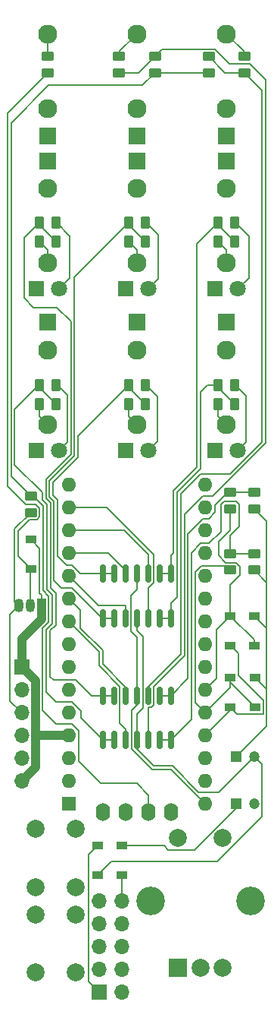
<source format=gbr>
%TF.GenerationSoftware,KiCad,Pcbnew,6.0.11-2627ca5db0~126~ubuntu22.04.1*%
%TF.CreationDate,2023-07-09T22:08:17+03:00*%
%TF.ProjectId,gtoe,67746f65-2e6b-4696-9361-645f70636258,rev?*%
%TF.SameCoordinates,Original*%
%TF.FileFunction,Copper,L2,Bot*%
%TF.FilePolarity,Positive*%
%FSLAX46Y46*%
G04 Gerber Fmt 4.6, Leading zero omitted, Abs format (unit mm)*
G04 Created by KiCad (PCBNEW 6.0.11-2627ca5db0~126~ubuntu22.04.1) date 2023-07-09 22:08:17*
%MOMM*%
%LPD*%
G01*
G04 APERTURE LIST*
G04 Aperture macros list*
%AMRoundRect*
0 Rectangle with rounded corners*
0 $1 Rounding radius*
0 $2 $3 $4 $5 $6 $7 $8 $9 X,Y pos of 4 corners*
0 Add a 4 corners polygon primitive as box body*
4,1,4,$2,$3,$4,$5,$6,$7,$8,$9,$2,$3,0*
0 Add four circle primitives for the rounded corners*
1,1,$1+$1,$2,$3*
1,1,$1+$1,$4,$5*
1,1,$1+$1,$6,$7*
1,1,$1+$1,$8,$9*
0 Add four rect primitives between the rounded corners*
20,1,$1+$1,$2,$3,$4,$5,0*
20,1,$1+$1,$4,$5,$6,$7,0*
20,1,$1+$1,$6,$7,$8,$9,0*
20,1,$1+$1,$8,$9,$2,$3,0*%
G04 Aperture macros list end*
%TA.AperFunction,ComponentPad*%
%ADD10R,1.930000X1.830000*%
%TD*%
%TA.AperFunction,ComponentPad*%
%ADD11C,2.130000*%
%TD*%
%TA.AperFunction,ComponentPad*%
%ADD12C,2.000000*%
%TD*%
%TA.AperFunction,ComponentPad*%
%ADD13R,1.800000X1.800000*%
%TD*%
%TA.AperFunction,ComponentPad*%
%ADD14C,1.800000*%
%TD*%
%TA.AperFunction,ComponentPad*%
%ADD15O,1.600000X2.000000*%
%TD*%
%TA.AperFunction,ComponentPad*%
%ADD16R,2.000000X2.000000*%
%TD*%
%TA.AperFunction,ComponentPad*%
%ADD17C,3.200000*%
%TD*%
%TA.AperFunction,SMDPad,CuDef*%
%ADD18R,1.200000X0.900000*%
%TD*%
%TA.AperFunction,SMDPad,CuDef*%
%ADD19RoundRect,0.250000X-0.450000X0.262500X-0.450000X-0.262500X0.450000X-0.262500X0.450000X0.262500X0*%
%TD*%
%TA.AperFunction,ComponentPad*%
%ADD20R,1.200000X1.200000*%
%TD*%
%TA.AperFunction,ComponentPad*%
%ADD21C,1.200000*%
%TD*%
%TA.AperFunction,SMDPad,CuDef*%
%ADD22RoundRect,0.250000X0.262500X0.450000X-0.262500X0.450000X-0.262500X-0.450000X0.262500X-0.450000X0*%
%TD*%
%TA.AperFunction,SMDPad,CuDef*%
%ADD23RoundRect,0.150000X-0.150000X0.825000X-0.150000X-0.825000X0.150000X-0.825000X0.150000X0.825000X0*%
%TD*%
%TA.AperFunction,ComponentPad*%
%ADD24R,1.600000X1.600000*%
%TD*%
%TA.AperFunction,ComponentPad*%
%ADD25O,1.600000X1.600000*%
%TD*%
%TA.AperFunction,SMDPad,CuDef*%
%ADD26RoundRect,0.250000X0.450000X-0.262500X0.450000X0.262500X-0.450000X0.262500X-0.450000X-0.262500X0*%
%TD*%
%TA.AperFunction,ComponentPad*%
%ADD27R,1.700000X1.700000*%
%TD*%
%TA.AperFunction,ComponentPad*%
%ADD28O,1.700000X1.700000*%
%TD*%
%TA.AperFunction,ComponentPad*%
%ADD29R,1.050000X1.500000*%
%TD*%
%TA.AperFunction,ComponentPad*%
%ADD30O,1.050000X1.500000*%
%TD*%
%TA.AperFunction,Conductor*%
%ADD31C,0.200000*%
%TD*%
%TA.AperFunction,Conductor*%
%ADD32C,1.000000*%
%TD*%
G04 APERTURE END LIST*
D10*
%TO.P,J9,S*%
%TO.N,GND*%
X124800000Y-52780000D03*
D11*
%TO.P,J9,T*%
%TO.N,Net-(J9-PadT)*%
X124800000Y-41380000D03*
%TO.P,J9,TN*%
%TO.N,unconnected-(J9-PadTN)*%
X124800000Y-49680000D03*
%TD*%
D12*
%TO.P,SW3,1*%
%TO.N,SHIFT BTN*%
X103450000Y-146000000D03*
X103450000Y-139500000D03*
%TO.P,SW3,2*%
%TO.N,GND*%
X107950000Y-139500000D03*
X107950000Y-146000000D03*
%TD*%
D13*
%TO.P,D5,1,K*%
%TO.N,GND*%
X113530000Y-87800000D03*
D14*
%TO.P,D5,2,A*%
%TO.N,Net-(D5-Pad2)*%
X116070000Y-87800000D03*
%TD*%
D10*
%TO.P,J2,S*%
%TO.N,GND*%
X114800000Y-55520000D03*
D11*
%TO.P,J2,T*%
%TO.N,Net-(J2-PadT)*%
X114800000Y-66920000D03*
%TO.P,J2,TN*%
%TO.N,unconnected-(J2-PadTN)*%
X114800000Y-58620000D03*
%TD*%
D15*
%TO.P,Screen,1,GND*%
%TO.N,GND*%
X118621000Y-128100000D03*
%TO.P,Screen,2,VCC*%
%TO.N,+5V*%
X116081000Y-128100000D03*
%TO.P,Screen,3,SCL*%
%TO.N,I2C SCL*%
X113541000Y-128100000D03*
%TO.P,Screen,4,SDA*%
%TO.N,I2C SDA*%
X111000000Y-128100000D03*
%TD*%
D10*
%TO.P,J5,S*%
%TO.N,GND*%
X114800000Y-73520000D03*
D11*
%TO.P,J5,T*%
%TO.N,Net-(J5-PadT)*%
X114800000Y-84920000D03*
%TO.P,J5,TN*%
%TO.N,unconnected-(J5-PadTN)*%
X114800000Y-76620000D03*
%TD*%
D13*
%TO.P,D4,1,K*%
%TO.N,GND*%
X103530000Y-87800000D03*
D14*
%TO.P,D4,2,A*%
%TO.N,Net-(D4-Pad2)*%
X106070000Y-87800000D03*
%TD*%
D13*
%TO.P,D3,1,K*%
%TO.N,GND*%
X123530000Y-69800000D03*
D14*
%TO.P,D3,2,A*%
%TO.N,Net-(D3-Pad2)*%
X126070000Y-69800000D03*
%TD*%
D10*
%TO.P,J3,S*%
%TO.N,GND*%
X124800000Y-55520000D03*
D11*
%TO.P,J3,T*%
%TO.N,Net-(J3-PadT)*%
X124800000Y-66920000D03*
%TO.P,J3,TN*%
%TO.N,unconnected-(J3-PadTN)*%
X124800000Y-58620000D03*
%TD*%
D13*
%TO.P,D2,1,K*%
%TO.N,GND*%
X113530000Y-69800000D03*
D14*
%TO.P,D2,2,A*%
%TO.N,Net-(D2-Pad2)*%
X116070000Y-69800000D03*
%TD*%
D16*
%TO.P,SW2,A,A*%
%TO.N,ENC_D1*%
X119400000Y-145500000D03*
D12*
%TO.P,SW2,B,B*%
%TO.N,ENC_D2*%
X124400000Y-145500000D03*
%TO.P,SW2,C,C*%
%TO.N,GND*%
X121900000Y-145500000D03*
D17*
%TO.P,SW2,MP*%
%TO.N,N/C*%
X116300000Y-138000000D03*
X127500000Y-138000000D03*
D12*
%TO.P,SW2,S1,S1*%
%TO.N,ENC_BTN*%
X124400000Y-131000000D03*
%TO.P,SW2,S2,S2*%
%TO.N,GND*%
X119400000Y-131000000D03*
%TD*%
D10*
%TO.P,J8,S*%
%TO.N,GND*%
X114800000Y-52780000D03*
D11*
%TO.P,J8,T*%
%TO.N,Net-(J8-PadT)*%
X114800000Y-41380000D03*
%TO.P,J8,TN*%
%TO.N,unconnected-(J8-PadTN)*%
X114800000Y-49680000D03*
%TD*%
D10*
%TO.P,J6,S*%
%TO.N,GND*%
X124800000Y-73520000D03*
D11*
%TO.P,J6,T*%
%TO.N,Net-(J6-PadT)*%
X124800000Y-84920000D03*
%TO.P,J6,TN*%
%TO.N,unconnected-(J6-PadTN)*%
X124800000Y-76620000D03*
%TD*%
D10*
%TO.P,J1,S*%
%TO.N,GND*%
X104800000Y-55520000D03*
D11*
%TO.P,J1,T*%
%TO.N,Net-(J1-PadT)*%
X104800000Y-66920000D03*
%TO.P,J1,TN*%
%TO.N,unconnected-(J1-PadTN)*%
X104800000Y-58620000D03*
%TD*%
D13*
%TO.P,D6,1,K*%
%TO.N,GND*%
X123530000Y-87800000D03*
D14*
%TO.P,D6,2,A*%
%TO.N,Net-(D6-Pad2)*%
X126070000Y-87800000D03*
%TD*%
D13*
%TO.P,D1,1,K*%
%TO.N,GND*%
X103530000Y-69800000D03*
D14*
%TO.P,D1,2,A*%
%TO.N,Net-(D1-Pad2)*%
X106070000Y-69800000D03*
%TD*%
D10*
%TO.P,J4,S*%
%TO.N,GND*%
X104800000Y-73520000D03*
D11*
%TO.P,J4,T*%
%TO.N,Net-(J4-PadT)*%
X104800000Y-84920000D03*
%TO.P,J4,TN*%
%TO.N,unconnected-(J4-PadTN)*%
X104800000Y-76620000D03*
%TD*%
D10*
%TO.P,J7,S*%
%TO.N,GND*%
X104800000Y-52780000D03*
D11*
%TO.P,J7,T*%
%TO.N,Net-(J7-PadT)*%
X104800000Y-41380000D03*
%TO.P,J7,TN*%
%TO.N,unconnected-(J7-PadTN)*%
X104800000Y-49680000D03*
%TD*%
D12*
%TO.P,SW1,1*%
%TO.N,START STOP BTN*%
X103450000Y-136500000D03*
X103450000Y-130000000D03*
%TO.P,SW1,2*%
%TO.N,GND*%
X107950000Y-130000000D03*
X107950000Y-136500000D03*
%TD*%
D18*
%TO.P,D13,1,K*%
%TO.N,+12V*%
X113100000Y-131850000D03*
%TO.P,D13,2,A*%
%TO.N,Net-(D13-Pad2)*%
X113100000Y-135150000D03*
%TD*%
D19*
%TO.P,R19,1*%
%TO.N,Net-(R16-Pad2)*%
X122800000Y-43887500D03*
%TO.P,R19,2*%
%TO.N,+5V*%
X122800000Y-45712500D03*
%TD*%
D20*
%TO.P,C1,1*%
%TO.N,+12V*%
X125900000Y-127200000D03*
D21*
%TO.P,C1,2*%
%TO.N,GND*%
X127900000Y-127200000D03*
%TD*%
D18*
%TO.P,D9,1,K*%
%TO.N,CV1 INPUT*%
X128000000Y-116450000D03*
%TO.P,D9,2,A*%
%TO.N,GND*%
X128000000Y-113150000D03*
%TD*%
%TO.P,D11,1,K*%
%TO.N,CV2 INPUT*%
X127900000Y-109550000D03*
%TO.P,D11,2,A*%
%TO.N,GND*%
X127900000Y-106250000D03*
%TD*%
D22*
%TO.P,R9,1*%
%TO.N,Net-(R10-Pad2)*%
X115712500Y-82600000D03*
%TO.P,R9,2*%
%TO.N,Net-(J5-PadT)*%
X113887500Y-82600000D03*
%TD*%
D18*
%TO.P,D12,1,K*%
%TO.N,Net-(D12-Pad1)*%
X110400000Y-131850000D03*
%TO.P,D12,2,A*%
%TO.N,-12V*%
X110400000Y-135150000D03*
%TD*%
D22*
%TO.P,R3,1*%
%TO.N,Net-(R3-Pad1)*%
X115712500Y-64500000D03*
%TO.P,R3,2*%
%TO.N,Net-(J2-PadT)*%
X113887500Y-64500000D03*
%TD*%
D23*
%TO.P,U2,1*%
%TO.N,Net-(R1-Pad1)*%
X110990000Y-115125000D03*
%TO.P,U2,2,-*%
X112260000Y-115125000D03*
%TO.P,U2,3,+*%
%TO.N,Channel 1*%
X113530000Y-115125000D03*
%TO.P,U2,4,V+*%
%TO.N,+12V*%
X114800000Y-115125000D03*
%TO.P,U2,5,+*%
%TO.N,Net-(R16-Pad2)*%
X116070000Y-115125000D03*
%TO.P,U2,6,-*%
%TO.N,Net-(R17-Pad2)*%
X117340000Y-115125000D03*
%TO.P,U2,7*%
X118610000Y-115125000D03*
%TO.P,U2,8*%
%TO.N,Net-(R20-Pad1)*%
X118610000Y-120075000D03*
%TO.P,U2,9,-*%
X117340000Y-120075000D03*
%TO.P,U2,10,+*%
%TO.N,Net-(R15-Pad2)*%
X116070000Y-120075000D03*
%TO.P,U2,11,V-*%
%TO.N,-12V*%
X114800000Y-120075000D03*
%TO.P,U2,12,+*%
%TO.N,Channel 4*%
X113530000Y-120075000D03*
%TO.P,U2,13,-*%
%TO.N,Net-(R7-Pad1)*%
X112260000Y-120075000D03*
%TO.P,U2,14*%
X110990000Y-120075000D03*
%TD*%
D24*
%TO.P,A1,1,D1/TX*%
%TO.N,Serial Out*%
X107175000Y-127200000D03*
D25*
%TO.P,A1,2,D0/RX*%
%TO.N,Serial In*%
X107175000Y-124660000D03*
%TO.P,A1,3,~{RESET}*%
%TO.N,unconnected-(A1-Pad3)*%
X107175000Y-122120000D03*
%TO.P,A1,4,GND*%
%TO.N,GND*%
X107175000Y-119580000D03*
%TO.P,A1,5,D2*%
%TO.N,DIGITAL INPUT*%
X107175000Y-117040000D03*
%TO.P,A1,6,D3*%
%TO.N,24ppqn OUT*%
X107175000Y-114500000D03*
%TO.P,A1,7,D4*%
%TO.N,ENC_D2*%
X107175000Y-111960000D03*
%TO.P,A1,8,D5*%
%TO.N,START STOP BTN*%
X107175000Y-109420000D03*
%TO.P,A1,9,D6*%
%TO.N,Channel 4*%
X107175000Y-106880000D03*
%TO.P,A1,10,D7*%
%TO.N,Channel 1*%
X107175000Y-104340000D03*
%TO.P,A1,11,D8*%
%TO.N,Channel 2*%
X107175000Y-101800000D03*
%TO.P,A1,12,D9*%
%TO.N,Channel 5*%
X107175000Y-99260000D03*
%TO.P,A1,13,D10*%
%TO.N,Channel 3*%
X107175000Y-96720000D03*
%TO.P,A1,14,D11*%
%TO.N,Channel 6*%
X107175000Y-94180000D03*
%TO.P,A1,15,D12*%
%TO.N,SHIFT BTN*%
X107175000Y-91640000D03*
%TO.P,A1,16,D13*%
%TO.N,unconnected-(A1-Pad16)*%
X122415000Y-91640000D03*
%TO.P,A1,17,3V3*%
%TO.N,unconnected-(A1-Pad17)*%
X122415000Y-94180000D03*
%TO.P,A1,18,AREF*%
%TO.N,unconnected-(A1-Pad18)*%
X122415000Y-96720000D03*
%TO.P,A1,19,A0*%
%TO.N,ENC_BTN*%
X122415000Y-99260000D03*
%TO.P,A1,20,A1*%
%TO.N,unconnected-(A1-Pad20)*%
X122415000Y-101800000D03*
%TO.P,A1,21,A2*%
%TO.N,unconnected-(A1-Pad21)*%
X122415000Y-104340000D03*
%TO.P,A1,22,A3*%
%TO.N,ENC_D1*%
X122415000Y-106880000D03*
%TO.P,A1,23,A4*%
%TO.N,I2C SDA*%
X122415000Y-109420000D03*
%TO.P,A1,24,A5*%
%TO.N,I2C SCL*%
X122415000Y-111960000D03*
%TO.P,A1,25,A6*%
%TO.N,CV2 INPUT*%
X122415000Y-114500000D03*
%TO.P,A1,26,A7*%
%TO.N,CV1 INPUT*%
X122415000Y-117040000D03*
%TO.P,A1,27,+5V*%
%TO.N,+5V*%
X122415000Y-119580000D03*
%TO.P,A1,28,~{RESET}*%
%TO.N,unconnected-(A1-Pad28)*%
X122415000Y-122120000D03*
%TO.P,A1,29,GND*%
%TO.N,GND*%
X122415000Y-124660000D03*
%TO.P,A1,30,VIN*%
%TO.N,+12V*%
X122415000Y-127200000D03*
%TD*%
D19*
%TO.P,R13,1*%
%TO.N,Net-(J7-PadT)*%
X104800000Y-43887500D03*
%TO.P,R13,2*%
%TO.N,Net-(D7-Pad1)*%
X104800000Y-45712500D03*
%TD*%
D22*
%TO.P,R7,1*%
%TO.N,Net-(R7-Pad1)*%
X105712500Y-82600000D03*
%TO.P,R7,2*%
%TO.N,Net-(J4-PadT)*%
X103887500Y-82600000D03*
%TD*%
%TO.P,R12,1*%
%TO.N,Net-(D6-Pad2)*%
X125712500Y-80500000D03*
%TO.P,R12,2*%
%TO.N,Net-(R11-Pad1)*%
X123887500Y-80500000D03*
%TD*%
%TO.P,R10,1*%
%TO.N,Net-(D5-Pad2)*%
X115712500Y-80500000D03*
%TO.P,R10,2*%
%TO.N,Net-(R10-Pad2)*%
X113887500Y-80500000D03*
%TD*%
D26*
%TO.P,R14,1*%
%TO.N,DIGITAL INPUT*%
X102900000Y-94712500D03*
%TO.P,R14,2*%
%TO.N,+5V*%
X102900000Y-92887500D03*
%TD*%
%TO.P,R22,1*%
%TO.N,CV1 INPUT*%
X125200000Y-101112500D03*
%TO.P,R22,2*%
%TO.N,Net-(R20-Pad1)*%
X125200000Y-99287500D03*
%TD*%
D19*
%TO.P,R18,1*%
%TO.N,Net-(R15-Pad2)*%
X116800000Y-43887500D03*
%TO.P,R18,2*%
%TO.N,+5V*%
X116800000Y-45712500D03*
%TD*%
D27*
%TO.P,J11,1,Pin_1*%
%TO.N,GND*%
X101900000Y-111950000D03*
D28*
%TO.P,J11,2,Pin_2*%
%TO.N,24ppqn OUT*%
X101900000Y-114490000D03*
%TO.P,J11,3,Pin_3*%
%TO.N,DIGITAL INPUT*%
X101900000Y-117030000D03*
%TO.P,J11,4,Pin_4*%
%TO.N,Serial In*%
X101900000Y-119570000D03*
%TO.P,J11,5,Pin_5*%
%TO.N,Serial Out*%
X101900000Y-122110000D03*
%TO.P,J11,6,Pin_6*%
%TO.N,GND*%
X101900000Y-124650000D03*
%TD*%
D22*
%TO.P,R2,1*%
%TO.N,Net-(D1-Pad2)*%
X105712500Y-62400000D03*
%TO.P,R2,2*%
%TO.N,Net-(R1-Pad1)*%
X103887500Y-62400000D03*
%TD*%
%TO.P,R5,1*%
%TO.N,Net-(R5-Pad1)*%
X125712500Y-64500000D03*
%TO.P,R5,2*%
%TO.N,Net-(J3-PadT)*%
X123887500Y-64500000D03*
%TD*%
%TO.P,R11,1*%
%TO.N,Net-(R11-Pad1)*%
X125712500Y-82600000D03*
%TO.P,R11,2*%
%TO.N,Net-(J6-PadT)*%
X123887500Y-82600000D03*
%TD*%
D19*
%TO.P,R20,1*%
%TO.N,Net-(R20-Pad1)*%
X127900000Y-99287500D03*
%TO.P,R20,2*%
%TO.N,GND*%
X127900000Y-101112500D03*
%TD*%
D20*
%TO.P,C2,1*%
%TO.N,GND*%
X125900000Y-121900000D03*
D21*
%TO.P,C2,2*%
%TO.N,-12V*%
X127900000Y-121900000D03*
%TD*%
D18*
%TO.P,D8,1,K*%
%TO.N,+5V*%
X125200000Y-116450000D03*
%TO.P,D8,2,A*%
%TO.N,CV1 INPUT*%
X125200000Y-113150000D03*
%TD*%
D22*
%TO.P,R1,1*%
%TO.N,Net-(R1-Pad1)*%
X105712500Y-64500000D03*
%TO.P,R1,2*%
%TO.N,Net-(J1-PadT)*%
X103887500Y-64500000D03*
%TD*%
D19*
%TO.P,R15,1*%
%TO.N,Net-(J8-PadT)*%
X112800000Y-43887500D03*
%TO.P,R15,2*%
%TO.N,Net-(R15-Pad2)*%
X112800000Y-45712500D03*
%TD*%
D22*
%TO.P,R8,1*%
%TO.N,Net-(D4-Pad2)*%
X105712500Y-80500000D03*
%TO.P,R8,2*%
%TO.N,Net-(R7-Pad1)*%
X103887500Y-80500000D03*
%TD*%
D23*
%TO.P,U1,1*%
%TO.N,Net-(R10-Pad2)*%
X110990000Y-101525000D03*
%TO.P,U1,2,-*%
X112260000Y-101525000D03*
%TO.P,U1,3,+*%
%TO.N,Channel 5*%
X113530000Y-101525000D03*
%TO.P,U1,4,V+*%
%TO.N,+12V*%
X114800000Y-101525000D03*
%TO.P,U1,5,+*%
%TO.N,Channel 3*%
X116070000Y-101525000D03*
%TO.P,U1,6,-*%
%TO.N,Net-(R5-Pad1)*%
X117340000Y-101525000D03*
%TO.P,U1,7*%
X118610000Y-101525000D03*
%TO.P,U1,8*%
%TO.N,Net-(R11-Pad1)*%
X118610000Y-106475000D03*
%TO.P,U1,9,-*%
X117340000Y-106475000D03*
%TO.P,U1,10,+*%
%TO.N,Channel 6*%
X116070000Y-106475000D03*
%TO.P,U1,11,V-*%
%TO.N,-12V*%
X114800000Y-106475000D03*
%TO.P,U1,12,+*%
%TO.N,Channel 2*%
X113530000Y-106475000D03*
%TO.P,U1,13,-*%
%TO.N,Net-(R3-Pad1)*%
X112260000Y-106475000D03*
%TO.P,U1,14*%
X110990000Y-106475000D03*
%TD*%
D18*
%TO.P,D7,1,K*%
%TO.N,Net-(D7-Pad1)*%
X102900000Y-101000000D03*
%TO.P,D7,2,A*%
%TO.N,GND*%
X102900000Y-97700000D03*
%TD*%
D19*
%TO.P,R21,1*%
%TO.N,Net-(R17-Pad2)*%
X127900000Y-92487500D03*
%TO.P,R21,2*%
%TO.N,GND*%
X127900000Y-94312500D03*
%TD*%
D22*
%TO.P,R4,1*%
%TO.N,Net-(D2-Pad2)*%
X115712500Y-62400000D03*
%TO.P,R4,2*%
%TO.N,Net-(R3-Pad1)*%
X113887500Y-62400000D03*
%TD*%
D26*
%TO.P,R17,1*%
%TO.N,CV2 INPUT*%
X125200000Y-94312500D03*
%TO.P,R17,2*%
%TO.N,Net-(R17-Pad2)*%
X125200000Y-92487500D03*
%TD*%
D18*
%TO.P,D10,1,K*%
%TO.N,+5V*%
X125200000Y-109550000D03*
%TO.P,D10,2,A*%
%TO.N,CV2 INPUT*%
X125200000Y-106250000D03*
%TD*%
D22*
%TO.P,R6,1*%
%TO.N,Net-(D3-Pad2)*%
X125712500Y-62400000D03*
%TO.P,R6,2*%
%TO.N,Net-(R5-Pad1)*%
X123887500Y-62400000D03*
%TD*%
D19*
%TO.P,R16,1*%
%TO.N,Net-(J9-PadT)*%
X126800000Y-43887500D03*
%TO.P,R16,2*%
%TO.N,Net-(R16-Pad2)*%
X126800000Y-45712500D03*
%TD*%
D29*
%TO.P,Q1,1,E*%
%TO.N,GND*%
X104100000Y-105100000D03*
D30*
%TO.P,Q1,2,B*%
%TO.N,Net-(D7-Pad1)*%
X102830000Y-105100000D03*
%TO.P,Q1,3,C*%
%TO.N,DIGITAL INPUT*%
X101560000Y-105100000D03*
%TD*%
D27*
%TO.P,RED,1,Pin_1*%
%TO.N,Net-(D12-Pad1)*%
X110525000Y-148160000D03*
D28*
%TO.P,RED,2,Pin_2*%
X113065000Y-148160000D03*
%TO.P,RED,3,Pin_3*%
%TO.N,GND*%
X110525000Y-145620000D03*
%TO.P,RED,4,Pin_4*%
X113065000Y-145620000D03*
%TO.P,RED,5,Pin_5*%
X110525000Y-143080000D03*
%TO.P,RED,6,Pin_6*%
X113065000Y-143080000D03*
%TO.P,RED,7,Pin_7*%
X110525000Y-140540000D03*
%TO.P,RED,8,Pin_8*%
X113065000Y-140540000D03*
%TO.P,RED,9,Pin_9*%
%TO.N,Net-(D13-Pad2)*%
X110525000Y-138000000D03*
%TO.P,RED,10,Pin_10*%
X113065000Y-138000000D03*
%TD*%
D31*
%TO.N,GND*%
X129300000Y-107650000D02*
X129300000Y-102512500D01*
D32*
X103450000Y-113500000D02*
X101900000Y-111950000D01*
X101900000Y-108800000D02*
X101900000Y-111950000D01*
D31*
X125900000Y-121900000D02*
X129300000Y-118500000D01*
X102900000Y-97700000D02*
X103900000Y-98700000D01*
X103900000Y-103700000D02*
X104100000Y-103900000D01*
X104100000Y-103900000D02*
X104100000Y-105100000D01*
X129275000Y-114425000D02*
X128000000Y-113150000D01*
X129300000Y-107650000D02*
X127900000Y-106250000D01*
X129275000Y-114425000D02*
X129300000Y-114400000D01*
X129300000Y-102512500D02*
X129300000Y-95712500D01*
X129300000Y-102512500D02*
X127900000Y-101112500D01*
D32*
X103450000Y-119450000D02*
X103450000Y-113500000D01*
X103580000Y-119580000D02*
X103450000Y-119450000D01*
X101900000Y-124650000D02*
X103450000Y-123100000D01*
X104100000Y-105100000D02*
X104100000Y-106600000D01*
D31*
X103900000Y-98700000D02*
X103900000Y-103700000D01*
D32*
X103450000Y-123100000D02*
X103450000Y-119450000D01*
D31*
X129300000Y-118500000D02*
X129300000Y-114450000D01*
D32*
X104100000Y-106600000D02*
X101900000Y-108800000D01*
X107175000Y-119580000D02*
X103580000Y-119580000D01*
D31*
X129300000Y-114450000D02*
X129275000Y-114425000D01*
X129300000Y-95712500D02*
X127900000Y-94312500D01*
X129300000Y-114400000D02*
X129300000Y-107650000D01*
%TO.N,DIGITAL INPUT*%
X102900000Y-94712500D02*
X101100000Y-96512500D01*
X101900000Y-117030000D02*
X100600000Y-115730000D01*
X100600000Y-106060000D02*
X101560000Y-105100000D01*
X100600000Y-115730000D02*
X100600000Y-106060000D01*
X101100000Y-104640000D02*
X101560000Y-105100000D01*
X101100000Y-96512500D02*
X101100000Y-104640000D01*
%TO.N,Channel 1*%
X113530000Y-114217918D02*
X110950000Y-111637918D01*
X108450000Y-107589314D02*
X108450000Y-105615000D01*
X108450000Y-105615000D02*
X107175000Y-104340000D01*
X110950000Y-111637918D02*
X110950000Y-110089314D01*
X110950000Y-110089314D02*
X108450000Y-107589314D01*
X113530000Y-115125000D02*
X113530000Y-114217918D01*
%TO.N,Channel 3*%
X113350000Y-96700000D02*
X113330000Y-96720000D01*
X116070000Y-99420000D02*
X113350000Y-96700000D01*
X113330000Y-96720000D02*
X107175000Y-96720000D01*
X116070000Y-101525000D02*
X116070000Y-99420000D01*
%TO.N,Channel 4*%
X113530000Y-120075000D02*
X113550000Y-120055000D01*
X110550000Y-110255000D02*
X107175000Y-106880000D01*
X110550000Y-111803604D02*
X110550000Y-110255000D01*
X113550000Y-118850000D02*
X112860000Y-118160000D01*
X112860000Y-114113604D02*
X110550000Y-111803604D01*
X112860000Y-118160000D02*
X112860000Y-114113604D01*
X113550000Y-120055000D02*
X113550000Y-118850000D01*
%TO.N,Channel 6*%
X116070000Y-106475000D02*
X116070000Y-103136396D01*
X116070000Y-103136396D02*
X116670000Y-102536396D01*
X116670000Y-102536396D02*
X116670000Y-99420000D01*
X116670000Y-99420000D02*
X111430000Y-94180000D01*
X111430000Y-94180000D02*
X107175000Y-94180000D01*
%TO.N,+5V*%
X115412500Y-47100000D02*
X104902817Y-47100000D01*
X110702000Y-124902000D02*
X108275000Y-122475000D01*
X104250000Y-107581370D02*
X104925000Y-106906370D01*
X104925000Y-106906370D02*
X104925000Y-104050000D01*
X108275000Y-119075000D02*
X107500000Y-118300000D01*
X125950000Y-117200000D02*
X128900000Y-117200000D01*
X104300000Y-103424999D02*
X104300000Y-94000000D01*
X122415000Y-119580000D02*
X125200000Y-116795000D01*
X128900000Y-117200000D02*
X128900000Y-115700000D01*
X114781000Y-124902000D02*
X110702000Y-124902000D01*
X125200000Y-116795000D02*
X125200000Y-116450000D01*
X105750000Y-118300000D02*
X104250000Y-116800000D01*
X126100000Y-110450000D02*
X125200000Y-109550000D01*
X125200000Y-116450000D02*
X125950000Y-117200000D01*
X104300000Y-94000000D02*
X103600000Y-93300000D01*
X128900000Y-115700000D02*
X126100000Y-112900000D01*
X126100000Y-112900000D02*
X126100000Y-110450000D01*
X100700000Y-90687500D02*
X102900000Y-92887500D01*
X104250000Y-116800000D02*
X104250000Y-107581370D01*
X122800000Y-45712500D02*
X116800000Y-45712500D01*
X100700000Y-51302817D02*
X100700000Y-90687500D01*
X116800000Y-45712500D02*
X115412500Y-47100000D01*
X116081000Y-126202000D02*
X116081000Y-128100000D01*
X116081000Y-126202000D02*
X114781000Y-124902000D01*
X107500000Y-118300000D02*
X105750000Y-118300000D01*
X108275000Y-122475000D02*
X108275000Y-119075000D01*
X104925000Y-104050000D02*
X104300000Y-103424999D01*
X104902817Y-47100000D02*
X100700000Y-51302817D01*
%TO.N,+12V*%
X114130000Y-107930000D02*
X114130000Y-103970000D01*
X118300000Y-132300000D02*
X121261522Y-132300000D01*
X114800000Y-115125000D02*
X114800000Y-116200000D01*
X125900000Y-127661522D02*
X125900000Y-127200000D01*
X121261522Y-132300000D02*
X125900000Y-127661522D01*
X113100000Y-131850000D02*
X117850000Y-131850000D01*
X114130000Y-103970000D02*
X114800000Y-103300000D01*
X114800000Y-108600000D02*
X114130000Y-107930000D01*
X114800000Y-115125000D02*
X114800000Y-108600000D01*
X117850000Y-131850000D02*
X118300000Y-132300000D01*
X114200000Y-121086396D02*
X114200000Y-116800000D01*
X114800000Y-103300000D02*
X114800000Y-101525000D01*
X114800000Y-116200000D02*
X114200000Y-116800000D01*
X116513604Y-123400000D02*
X114200000Y-121086396D01*
X118615000Y-123400000D02*
X116513604Y-123400000D01*
X122415000Y-127200000D02*
X118615000Y-123400000D01*
%TO.N,Net-(D1-Pad2)*%
X107300000Y-63900000D02*
X107300000Y-68570000D01*
X105800000Y-62400000D02*
X107300000Y-63900000D01*
X107300000Y-68570000D02*
X106070000Y-69800000D01*
X105712500Y-62400000D02*
X105800000Y-62400000D01*
%TO.N,Net-(D2-Pad2)*%
X115800000Y-62400000D02*
X117200000Y-63800000D01*
X115712500Y-62400000D02*
X115800000Y-62400000D01*
X117200000Y-68670000D02*
X116070000Y-69800000D01*
X117200000Y-63800000D02*
X117200000Y-68670000D01*
%TO.N,Net-(D3-Pad2)*%
X125712500Y-62400000D02*
X125800000Y-62400000D01*
X127300000Y-63900000D02*
X127300000Y-68570000D01*
X127300000Y-68570000D02*
X126070000Y-69800000D01*
X125800000Y-62400000D02*
X127300000Y-63900000D01*
%TO.N,Net-(D4-Pad2)*%
X107000000Y-81600000D02*
X107000000Y-86870000D01*
X105712500Y-80500000D02*
X105900000Y-80500000D01*
X105900000Y-80500000D02*
X107000000Y-81600000D01*
X107000000Y-86870000D02*
X106070000Y-87800000D01*
%TO.N,Net-(D5-Pad2)*%
X115800000Y-80500000D02*
X117100000Y-81800000D01*
X117100000Y-86770000D02*
X116070000Y-87800000D01*
X117100000Y-81800000D02*
X117100000Y-86770000D01*
X115712500Y-80500000D02*
X115800000Y-80500000D01*
%TO.N,Net-(D6-Pad2)*%
X125712500Y-80500000D02*
X125800000Y-80500000D01*
X125800000Y-80500000D02*
X127000000Y-81700000D01*
X127000000Y-86870000D02*
X126070000Y-87800000D01*
X127000000Y-81700000D02*
X127000000Y-86870000D01*
%TO.N,Net-(D7-Pad1)*%
X102900000Y-101000000D02*
X101500000Y-99600000D01*
X103900000Y-95202817D02*
X103900000Y-94222183D01*
X100300000Y-50212500D02*
X104800000Y-45712500D01*
X102775000Y-95525000D02*
X103577817Y-95525000D01*
X100300000Y-91777817D02*
X100300000Y-50212500D01*
X102830000Y-101070000D02*
X102900000Y-101000000D01*
X102322183Y-93800000D02*
X100300000Y-91777817D01*
X101500000Y-99600000D02*
X101500000Y-96800000D01*
X103900000Y-94222183D02*
X103477817Y-93800000D01*
X103477817Y-93800000D02*
X102322183Y-93800000D01*
X101500000Y-96800000D02*
X102775000Y-95525000D01*
X103577817Y-95525000D02*
X103900000Y-95202817D01*
X102830000Y-105100000D02*
X102830000Y-101070000D01*
%TO.N,Net-(J1-PadT)*%
X103887500Y-64500000D02*
X104800000Y-65412500D01*
X104800000Y-65412500D02*
X104800000Y-66920000D01*
%TO.N,Net-(J2-PadT)*%
X113887500Y-64500000D02*
X114800000Y-65412500D01*
X114800000Y-65412500D02*
X114800000Y-66920000D01*
%TO.N,Net-(J3-PadT)*%
X124800000Y-65412500D02*
X124800000Y-66920000D01*
X123887500Y-64500000D02*
X124800000Y-65412500D01*
%TO.N,Net-(J4-PadT)*%
X103887500Y-84007500D02*
X104800000Y-84920000D01*
X103887500Y-82600000D02*
X103887500Y-84007500D01*
%TO.N,Net-(J5-PadT)*%
X113887500Y-84007500D02*
X114800000Y-84920000D01*
X113887500Y-82600000D02*
X113887500Y-84007500D01*
%TO.N,Net-(J6-PadT)*%
X123887500Y-84007500D02*
X124800000Y-84920000D01*
X123887500Y-82600000D02*
X123887500Y-84007500D01*
%TO.N,Net-(J7-PadT)*%
X104800000Y-41380000D02*
X104800000Y-43887500D01*
%TO.N,Net-(J8-PadT)*%
X114800000Y-41380000D02*
X112800000Y-43380000D01*
X112800000Y-43380000D02*
X112800000Y-43887500D01*
%TO.N,Net-(J9-PadT)*%
X124800000Y-41380000D02*
X126800000Y-43380000D01*
X126800000Y-43380000D02*
X126800000Y-43887500D01*
%TO.N,CV2 INPUT*%
X125200000Y-96700000D02*
X125200000Y-94312500D01*
X123900000Y-99500000D02*
X123900000Y-98000000D01*
X123900000Y-98000000D02*
X125200000Y-96700000D01*
X125250000Y-106250000D02*
X127900000Y-108900000D01*
X122415000Y-114500000D02*
X123700000Y-113215000D01*
X125200000Y-106250000D02*
X125250000Y-106250000D01*
X124700000Y-100300000D02*
X123900000Y-99500000D01*
X127900000Y-108900000D02*
X127900000Y-109550000D01*
X126300000Y-101700000D02*
X126300000Y-100722183D01*
X123700000Y-113215000D02*
X123700000Y-107750000D01*
X123700000Y-107750000D02*
X125200000Y-106250000D01*
X126300000Y-100722183D02*
X125877817Y-100300000D01*
X125200000Y-106250000D02*
X125200000Y-102800000D01*
X125200000Y-102800000D02*
X126300000Y-101700000D01*
X125877817Y-100300000D02*
X124700000Y-100300000D01*
%TO.N,-12V*%
X123800000Y-133600000D02*
X128800000Y-128600000D01*
X110400000Y-135150000D02*
X111950000Y-133600000D01*
X115470000Y-116530000D02*
X115470000Y-108570000D01*
X116639645Y-122960355D02*
X114800000Y-121120710D01*
X127900000Y-121900000D02*
X123900000Y-125900000D01*
X114800000Y-121120710D02*
X114800000Y-120075000D01*
X118741041Y-122960355D02*
X116639645Y-122960355D01*
X114800000Y-117200000D02*
X115470000Y-116530000D01*
X128800000Y-122800000D02*
X127900000Y-121900000D01*
X128800000Y-128600000D02*
X128800000Y-122800000D01*
X111950000Y-133600000D02*
X123800000Y-133600000D01*
X114800000Y-120075000D02*
X114800000Y-117200000D01*
X121680686Y-125900000D02*
X118741041Y-122960355D01*
X114800000Y-107900000D02*
X114800000Y-106475000D01*
X115470000Y-108570000D02*
X114800000Y-107900000D01*
X123900000Y-125900000D02*
X121680686Y-125900000D01*
%TO.N,CV1 INPUT*%
X125200000Y-113650000D02*
X128000000Y-116450000D01*
X124787500Y-100700000D02*
X121959365Y-100700000D01*
X125200000Y-101112500D02*
X124787500Y-100700000D01*
X125200000Y-114255000D02*
X122415000Y-117040000D01*
X121959365Y-100700000D02*
X121300000Y-101359365D01*
X121300000Y-115925000D02*
X122415000Y-117040000D01*
X125200000Y-113150000D02*
X125200000Y-113650000D01*
X121300000Y-101359365D02*
X121300000Y-115925000D01*
X125200000Y-113150000D02*
X125200000Y-114255000D01*
%TO.N,Net-(D12-Pad1)*%
X110525000Y-148160000D02*
X109375000Y-147010000D01*
X109375000Y-132875000D02*
X110400000Y-131850000D01*
X109375000Y-147010000D02*
X109375000Y-132875000D01*
%TO.N,Net-(D13-Pad2)*%
X113065000Y-138000000D02*
X113065000Y-135185000D01*
X113065000Y-135185000D02*
X113100000Y-135150000D01*
%TO.N,Net-(R1-Pad1)*%
X105725000Y-103718628D02*
X105100000Y-103093628D01*
X107400000Y-88250000D02*
X107400000Y-73450000D01*
X102150000Y-70820000D02*
X102150000Y-64137500D01*
X105850000Y-71900000D02*
X103230000Y-71900000D01*
X105050000Y-107912742D02*
X105725000Y-107237740D01*
X107400000Y-73450000D02*
X105850000Y-71900000D01*
X103230000Y-71900000D02*
X102150000Y-70820000D01*
X112260000Y-115125000D02*
X110990000Y-115125000D01*
X104600000Y-93168629D02*
X104600000Y-91050000D01*
X102150000Y-64137500D02*
X103887500Y-62400000D01*
X104600000Y-91050000D02*
X107400000Y-88250000D01*
X105450000Y-113400000D02*
X105050000Y-113000000D01*
X103887500Y-62400000D02*
X103887500Y-62675000D01*
X105100000Y-103093628D02*
X105100000Y-93668629D01*
X110990000Y-115125000D02*
X109675000Y-115125000D01*
X103887500Y-62675000D02*
X105712500Y-64500000D01*
X105050000Y-113000000D02*
X105050000Y-107912742D01*
X109675000Y-115125000D02*
X107950000Y-113400000D01*
X105100000Y-93668629D02*
X104600000Y-93168629D01*
X107950000Y-113400000D02*
X105450000Y-113400000D01*
X105725000Y-107237740D02*
X105725000Y-103718628D01*
%TO.N,Net-(R3-Pad1)*%
X105000000Y-93002943D02*
X105000000Y-91215686D01*
X113887500Y-62400000D02*
X113887500Y-62675000D01*
X107800000Y-68487500D02*
X113887500Y-62400000D01*
X107800000Y-88415685D02*
X107800000Y-68487500D01*
X110990000Y-106475000D02*
X110875000Y-106475000D01*
X107500000Y-103100000D02*
X106345343Y-103100000D01*
X112260000Y-106475000D02*
X110990000Y-106475000D01*
X106345343Y-103100000D02*
X105500000Y-102254657D01*
X105500000Y-93502943D02*
X105000000Y-93002943D01*
X105500000Y-102254657D02*
X105500000Y-93502943D01*
X105000000Y-91215686D02*
X107800000Y-88415685D01*
X110875000Y-106475000D02*
X107500000Y-103100000D01*
X113887500Y-62675000D02*
X115712500Y-64500000D01*
%TO.N,Net-(R5-Pad1)*%
X117340000Y-101525000D02*
X118610000Y-101525000D01*
X121500000Y-89668628D02*
X121500000Y-64787500D01*
X118610000Y-101525000D02*
X118600000Y-101515000D01*
X121500000Y-64787500D02*
X123887500Y-62400000D01*
X118900000Y-92268628D02*
X121500000Y-89668628D01*
X123887500Y-62675000D02*
X125712500Y-64500000D01*
X123887500Y-62400000D02*
X123887500Y-62675000D01*
X118900000Y-99200000D02*
X118900000Y-92268628D01*
X118600000Y-99500000D02*
X118900000Y-99200000D01*
X118600000Y-101515000D02*
X118600000Y-99500000D01*
%TO.N,Net-(R7-Pad1)*%
X105325000Y-107072055D02*
X105325000Y-103884314D01*
X104650000Y-114750000D02*
X104650000Y-107747056D01*
X107490635Y-115800000D02*
X105700000Y-115800000D01*
X104700000Y-93834315D02*
X104200000Y-93334315D01*
X104700000Y-103259314D02*
X104700000Y-93834315D01*
X101100000Y-89400000D02*
X101100000Y-83200000D01*
X108500000Y-116809365D02*
X107490635Y-115800000D01*
X104650000Y-107747056D02*
X105325000Y-107072055D01*
X105700000Y-115800000D02*
X104650000Y-114750000D01*
X103800000Y-80500000D02*
X103887500Y-80500000D01*
X104200000Y-93334315D02*
X104200000Y-92500000D01*
X108500000Y-117585000D02*
X108500000Y-116809365D01*
X112260000Y-120075000D02*
X110990000Y-120075000D01*
X101100000Y-83200000D02*
X103800000Y-80500000D01*
X104200000Y-92500000D02*
X101100000Y-89400000D01*
X103887500Y-80775000D02*
X105712500Y-82600000D01*
X103887500Y-80500000D02*
X103887500Y-80775000D01*
X105325000Y-103884314D02*
X104700000Y-103259314D01*
X110990000Y-120075000D02*
X108500000Y-117585000D01*
%TO.N,Net-(R10-Pad2)*%
X106909365Y-100550000D02*
X105900000Y-99540635D01*
X105400000Y-92800000D02*
X105400000Y-91381372D01*
X108200000Y-88581370D02*
X108200000Y-86187500D01*
X113887500Y-80775000D02*
X115712500Y-82600000D01*
X112260000Y-101525000D02*
X110990000Y-101525000D01*
X113887500Y-80500000D02*
X113887500Y-80775000D01*
X108200000Y-86187500D02*
X113887500Y-80500000D01*
X108475000Y-101525000D02*
X107500000Y-100550000D01*
X105400000Y-91381372D02*
X108200000Y-88581370D01*
X110990000Y-101525000D02*
X108475000Y-101525000D01*
X105900000Y-99540635D02*
X105900000Y-93300000D01*
X105900000Y-93300000D02*
X105400000Y-92800000D01*
X107500000Y-100550000D02*
X106909365Y-100550000D01*
%TO.N,Net-(R11-Pad1)*%
X119300000Y-92434314D02*
X121917157Y-89817157D01*
X123887500Y-80500000D02*
X122700000Y-80500000D01*
X123887500Y-80775000D02*
X125712500Y-82600000D01*
X122700000Y-80500000D02*
X121900000Y-81300000D01*
X117340000Y-106475000D02*
X118610000Y-106475000D01*
X121900000Y-81300000D02*
X121900000Y-89850000D01*
X118610000Y-104840000D02*
X119300000Y-104150000D01*
X123887500Y-80500000D02*
X123887500Y-80775000D01*
X118610000Y-106475000D02*
X118610000Y-104840000D01*
X119300000Y-104150000D02*
X119300000Y-92434314D01*
%TO.N,Net-(R17-Pad2)*%
X117340000Y-115125000D02*
X118610000Y-115125000D01*
X120500000Y-97079365D02*
X120500000Y-113235000D01*
X122800000Y-95400000D02*
X122179365Y-95400000D01*
X127900000Y-92487500D02*
X125200000Y-92487500D01*
X125200000Y-92487500D02*
X124946814Y-92487500D01*
X123515000Y-94685000D02*
X122800000Y-95400000D01*
X120500000Y-113235000D02*
X118610000Y-115125000D01*
X123515000Y-93919314D02*
X123515000Y-94685000D01*
X124946814Y-92487500D02*
X123515000Y-93919314D01*
X122179365Y-95400000D02*
X120500000Y-97079365D01*
%TO.N,Net-(R15-Pad2)*%
X127400000Y-44700000D02*
X125102817Y-44700000D01*
X125102817Y-44700000D02*
X123477817Y-43075000D01*
X116800000Y-43887500D02*
X114975000Y-45712500D01*
X116406396Y-116400000D02*
X116670000Y-116136396D01*
X123297183Y-92900000D02*
X129200000Y-86997183D01*
X117612500Y-43075000D02*
X116800000Y-43887500D01*
X116070000Y-120075000D02*
X116070000Y-116400000D01*
X129200000Y-46500000D02*
X127400000Y-44700000D01*
X116670000Y-114130000D02*
X120100000Y-110700000D01*
X129200000Y-86997183D02*
X129200000Y-46500000D01*
X122139365Y-92900000D02*
X123297183Y-92900000D01*
X114975000Y-45712500D02*
X112800000Y-45712500D01*
X120100000Y-110700000D02*
X120100000Y-94939365D01*
X116070000Y-116400000D02*
X116406396Y-116400000D01*
X116670000Y-116136396D02*
X116670000Y-114130000D01*
X120100000Y-94939365D02*
X122139365Y-92900000D01*
X123477817Y-43075000D02*
X117612500Y-43075000D01*
%TO.N,Net-(R16-Pad2)*%
X116070000Y-114164314D02*
X119700000Y-110534314D01*
X119700000Y-110534314D02*
X119700000Y-92600000D01*
X128800000Y-47712500D02*
X126800000Y-45712500D01*
X125212500Y-45712500D02*
X125200000Y-45700000D01*
X126800000Y-45712500D02*
X125212500Y-45712500D01*
X128800000Y-86831497D02*
X128800000Y-47712500D01*
X121900000Y-90400000D02*
X125231497Y-90400000D01*
X125200000Y-45700000D02*
X124612500Y-45700000D01*
X125231497Y-90400000D02*
X128800000Y-86831497D01*
X119700000Y-92600000D02*
X121900000Y-90400000D01*
X116070000Y-115125000D02*
X116070000Y-114164314D01*
X124612500Y-45700000D02*
X122800000Y-43887500D01*
%TO.N,Net-(R20-Pad1)*%
X125200000Y-99287500D02*
X125200000Y-97300000D01*
X120900000Y-117785000D02*
X118610000Y-120075000D01*
X121940000Y-98160000D02*
X120900000Y-99200000D01*
X124200000Y-96830635D02*
X122870635Y-98160000D01*
X124200000Y-93800000D02*
X124200000Y-96830635D01*
X127900000Y-99287500D02*
X125200000Y-99287500D01*
X117340000Y-120075000D02*
X118610000Y-120075000D01*
X125200000Y-97300000D02*
X126200000Y-96300000D01*
X120900000Y-99200000D02*
X120900000Y-117785000D01*
X124500000Y-93500000D02*
X124200000Y-93800000D01*
X125877817Y-93500000D02*
X124500000Y-93500000D01*
X122870635Y-98160000D02*
X121940000Y-98160000D01*
X126200000Y-96300000D02*
X126200000Y-93822183D01*
X126200000Y-93822183D02*
X125877817Y-93500000D01*
%TO.N,Channel 2*%
X113530000Y-106475000D02*
X113500000Y-106445000D01*
X110475000Y-105100000D02*
X107175000Y-101800000D01*
X113500000Y-106445000D02*
X113500000Y-105100000D01*
X113500000Y-105100000D02*
X110475000Y-105100000D01*
%TO.N,Channel 5*%
X111590000Y-99260000D02*
X107175000Y-99260000D01*
X111600000Y-99250000D02*
X111590000Y-99260000D01*
X113530000Y-101525000D02*
X113530000Y-101180000D01*
X113530000Y-101180000D02*
X111600000Y-99250000D01*
%TD*%
M02*

</source>
